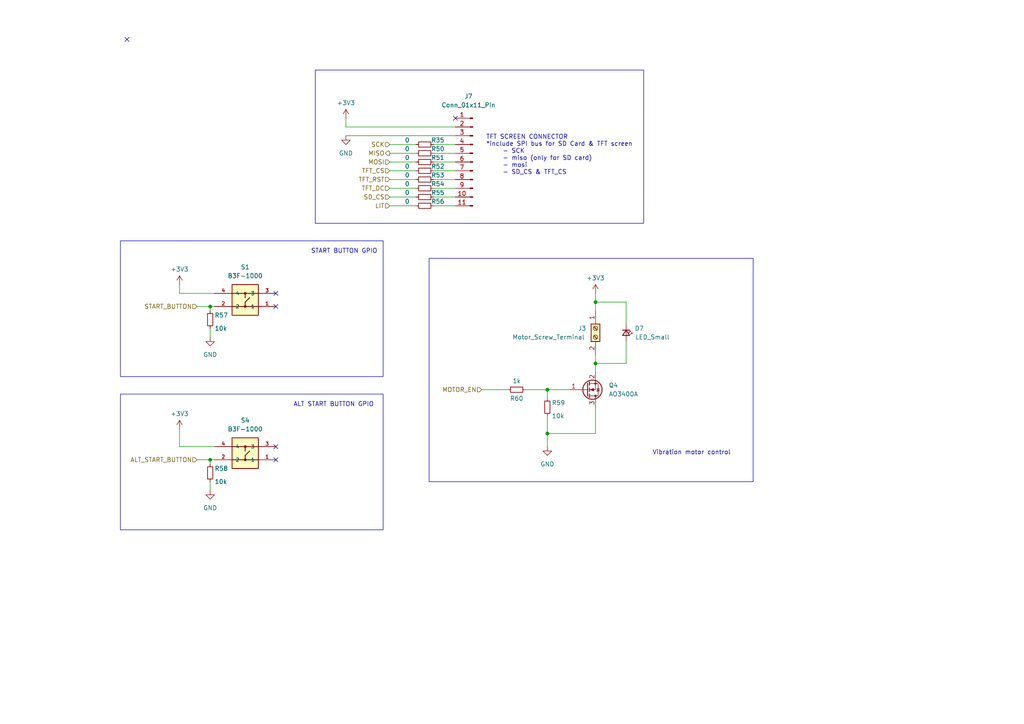
<source format=kicad_sch>
(kicad_sch (version 20230121) (generator eeschema)
  (paper "A4")
  (title_block (title "Display Schematic") (company "Generate Product Development Studio"))
  (lib_symbols
    (symbol "B3F-1000:B3F-1000" (pin_names (offset 1.016))
      (property "Reference" "S2" (at -0.0016 12.7 0))
      (property "Value" "B3F-1000" (at -0.0016 10.16 0))
      (symbol "B3F-1000_0_0"
        (rectangle (start -3.81 7.62) (end 3.81 -1.27) (stroke (width 0.254)) (fill (type background)))
        (polyline (pts (xy -3.81 1.27) (xy 0 1.27)) (stroke (width 0.254)))
        (polyline (pts (xy -3.81 5.08) (xy 0 5.08)) (stroke (width 0.254)))
        (polyline (pts (xy 0 1.27) (xy 0 2.54)) (stroke (width 0.254)))
        (polyline (pts (xy 0 1.27) (xy 3.81 1.27)) (stroke (width 0.254)))
        (polyline (pts (xy 0 2.54) (xy 1.27 3.81)) (stroke (width 0.254)))
        (polyline (pts (xy 0 5.08) (xy 0 3.81)) (stroke (width 0.254)))
        (polyline (pts (xy 0 5.08) (xy 3.81 5.08)) (stroke (width 0.254)))
        (circle (center 0 1.27) (radius 0.254) (stroke (width 0.254)))
        (circle (center 0 5.08) (radius 0.254) (stroke (width 0.254)))
        (pin passive line (at 8.89 1.27 180) (length 5.08) (name "1") (number "1"))
        (pin passive line (at -8.89 1.27 0) (length 5.08) (name "2") (number "2"))
        (pin passive line (at 8.89 5.08 180) (length 5.08) (name "3") (number "3"))
        (pin passive line (at -8.89 5.08 0) (length 5.08) (name "4") (number "4"))
      )
    )
    (symbol "Connector:Conn_01x11_Pin" (pin_names (offset 1.016) hide)
      (property "Reference" "J" (at 0 15.24 0))
      (property "Value" "Conn_01x11_Pin" (at 0 -15.24 0))
      (symbol "Conn_01x11_Pin_1_1"
        (polyline (pts (xy 1.27 -12.7) (xy 0.8636 -12.7)) (stroke (width 0.1524)))
        (polyline (pts (xy 1.27 -10.16) (xy 0.8636 -10.16)) (stroke (width 0.1524)))
        (polyline (pts (xy 1.27 -7.62) (xy 0.8636 -7.62)) (stroke (width 0.1524)))
        (polyline (pts (xy 1.27 -5.08) (xy 0.8636 -5.08)) (stroke (width 0.1524)))
        (polyline (pts (xy 1.27 -2.54) (xy 0.8636 -2.54)) (stroke (width 0.1524)))
        (polyline (pts (xy 1.27 0) (xy 0.8636 0)) (stroke (width 0.1524)))
        (polyline (pts (xy 1.27 2.54) (xy 0.8636 2.54)) (stroke (width 0.1524)))
        (polyline (pts (xy 1.27 5.08) (xy 0.8636 5.08)) (stroke (width 0.1524)))
        (polyline (pts (xy 1.27 7.62) (xy 0.8636 7.62)) (stroke (width 0.1524)))
        (polyline (pts (xy 1.27 10.16) (xy 0.8636 10.16)) (stroke (width 0.1524)))
        (polyline (pts (xy 1.27 12.7) (xy 0.8636 12.7)) (stroke (width 0.1524)))
        (rectangle (start 0.8636 -12.573) (end 0 -12.827) (stroke (width 0.1524)) (fill (type outline)))
        (rectangle (start 0.8636 -10.033) (end 0 -10.287) (stroke (width 0.1524)) (fill (type outline)))
        (rectangle (start 0.8636 -7.493) (end 0 -7.747) (stroke (width 0.1524)) (fill (type outline)))
        (rectangle (start 0.8636 -4.953) (end 0 -5.207) (stroke (width 0.1524)) (fill (type outline)))
        (rectangle (start 0.8636 -2.413) (end 0 -2.667) (stroke (width 0.1524)) (fill (type outline)))
        (rectangle (start 0.8636 0.127) (end 0 -0.127) (stroke (width 0.1524)) (fill (type outline)))
        (rectangle (start 0.8636 2.667) (end 0 2.413) (stroke (width 0.1524)) (fill (type outline)))
        (rectangle (start 0.8636 5.207) (end 0 4.953) (stroke (width 0.1524)) (fill (type outline)))
        (rectangle (start 0.8636 7.747) (end 0 7.493) (stroke (width 0.1524)) (fill (type outline)))
        (rectangle (start 0.8636 10.287) (end 0 10.033) (stroke (width 0.1524)) (fill (type outline)))
        (rectangle (start 0.8636 12.827) (end 0 12.573) (stroke (width 0.1524)) (fill (type outline)))
        (pin passive line (at 5.08 12.7 180) (length 3.81) (name "Pin_1") (number "1"))
        (pin passive line (at 5.08 -10.16 180) (length 3.81) (name "Pin_10") (number "10"))
        (pin passive line (at 5.08 -12.7 180) (length 3.81) (name "Pin_11") (number "11"))
        (pin passive line (at 5.08 10.16 180) (length 3.81) (name "Pin_2") (number "2"))
        (pin passive line (at 5.08 7.62 180) (length 3.81) (name "Pin_3") (number "3"))
        (pin passive line (at 5.08 5.08 180) (length 3.81) (name "Pin_4") (number "4"))
        (pin passive line (at 5.08 2.54 180) (length 3.81) (name "Pin_5") (number "5"))
        (pin passive line (at 5.08 0 180) (length 3.81) (name "Pin_6") (number "6"))
        (pin passive line (at 5.08 -2.54 180) (length 3.81) (name "Pin_7") (number "7"))
        (pin passive line (at 5.08 -5.08 180) (length 3.81) (name "Pin_8") (number "8"))
        (pin passive line (at 5.08 -7.62 180) (length 3.81) (name "Pin_9") (number "9"))
      )
    )
    (symbol "Connector:Screw_Terminal_01x02" (pin_names (offset 1.016) hide)
      (property "Reference" "J3" (at 2.54 0 0))
      (property "Value" "Screw_Terminal_01x02" (at 2.54 -2.54 0))
      (symbol "Screw_Terminal_01x02_1_1"
        (rectangle (start -1.27 1.27) (end 1.27 -3.81) (stroke (width 0.254)) (fill (type background)))
        (circle (center 0 -2.54) (radius 0.635) (stroke (width 0.1524)))
        (polyline (pts (xy -0.5334 -2.2098) (xy 0.3302 -3.048)) (stroke (width 0.1524)))
        (polyline (pts (xy -0.5334 0.3302) (xy 0.3302 -0.508)) (stroke (width 0.1524)))
        (polyline (pts (xy -0.3556 -2.032) (xy 0.508 -2.8702)) (stroke (width 0.1524)))
        (polyline (pts (xy -0.3556 0.508) (xy 0.508 -0.3302)) (stroke (width 0.1524)))
        (circle (center 0 0) (radius 0.635) (stroke (width 0.1524)))
        (pin passive line (at 0 5.08 270) (length 3.81) (name "Pin_1") (number "1"))
        (pin passive line (at 0 -7.62 90) (length 3.81) (name "Pin_2") (number "2"))
      )
    )
    (symbol "Device:LED_Small" (pin_numbers hide) (pin_names (offset 0.254) hide)
      (property "Reference" "D" (at -1.27 3.175 0))
      (property "Value" "LED_Small" (at -4.445 -2.54 0))
      (symbol "LED_Small_0_1"
        (polyline (pts (xy -0.762 -1.016) (xy -0.762 1.016)) (stroke (width 0.254)))
        (polyline (pts (xy 1.016 0) (xy -0.762 0)))
        (polyline (pts (xy 0.762 -1.016) (xy -0.762 0) (xy 0.762 1.016) (xy 0.762 -1.016)) (stroke (width 0.254)))
        (polyline (pts (xy 0 0.762) (xy -0.508 1.27) (xy -0.254 1.27) (xy -0.508 1.27) (xy -0.508 1.016)))
        (polyline (pts (xy 0.508 1.27) (xy 0 1.778) (xy 0.254 1.778) (xy 0 1.778) (xy 0 1.524)))
      )
      (symbol "LED_Small_1_1"
        (pin passive line (at -2.54 0 0) (length 1.778) (name "K") (number "1"))
        (pin passive line (at 2.54 0 180) (length 1.778) (name "A") (number "2"))
      )
    )
    (symbol "Device:R_Small" (pin_numbers hide) (pin_names (offset 0.254) hide)
      (property "Reference" "R" (at 0.762 0.508 0))
      (property "Value" "R_Small" (at 0.762 -1.016 0))
      (symbol "R_Small_0_1"
        (rectangle (start -0.762 1.778) (end 0.762 -1.778) (stroke (width 0.2032)))
      )
      (symbol "R_Small_1_1"
        (pin passive line (at 0 2.54 270) (length 0.762) (name "~") (number "1"))
        (pin passive line (at 0 -2.54 90) (length 0.762) (name "~") (number "2"))
      )
    )
    (symbol "Transistor_FET:AO3400A" (pin_names hide)
      (property "Reference" "Q" (at 5.08 1.905 0))
      (property "Value" "AO3400A" (at 5.08 0 0))
      (symbol "AO3400A_0_1"
        (polyline (pts (xy 0.254 0) (xy -2.54 0)))
        (polyline (pts (xy 0.254 1.905) (xy 0.254 -1.905)) (stroke (width 0.254)))
        (polyline (pts (xy 0.762 -1.27) (xy 0.762 -2.286)) (stroke (width 0.254)))
        (polyline (pts (xy 0.762 0.508) (xy 0.762 -0.508)) (stroke (width 0.254)))
        (polyline (pts (xy 0.762 2.286) (xy 0.762 1.27)) (stroke (width 0.254)))
        (polyline (pts (xy 2.54 2.54) (xy 2.54 1.778)))
        (polyline (pts (xy 2.54 -2.54) (xy 2.54 0) (xy 0.762 0)))
        (polyline (pts (xy 0.762 -1.778) (xy 3.302 -1.778) (xy 3.302 1.778) (xy 0.762 1.778)))
        (polyline (pts (xy 1.016 0) (xy 2.032 0.381) (xy 2.032 -0.381) (xy 1.016 0)) (fill (type outline)))
        (polyline (pts (xy 2.794 0.508) (xy 2.921 0.381) (xy 3.683 0.381) (xy 3.81 0.254)))
        (polyline (pts (xy 3.302 0.381) (xy 2.921 -0.254) (xy 3.683 -0.254) (xy 3.302 0.381)))
        (circle (center 1.651 0) (radius 2.794) (stroke (width 0.254)))
        (circle (center 2.54 -1.778) (radius 0.254) (fill (type outline)))
        (circle (center 2.54 1.778) (radius 0.254) (fill (type outline)))
      )
      (symbol "AO3400A_1_1"
        (pin input line (at -5.08 0 0) (length 2.54) (name "G") (number "1"))
        (pin passive line (at 2.54 -5.08 90) (length 2.54) (name "S") (number "2"))
        (pin passive line (at 2.54 5.08 270) (length 2.54) (name "D") (number "3"))
      )
    )
    (symbol "power:+3V3" (power) (pin_names (offset 0))
      (property "Value" "+3V3" (at 0 3.556 0))
      (symbol "+3V3_0_1"
        (polyline (pts (xy -0.762 1.27) (xy 0 2.54)))
        (polyline (pts (xy 0 0) (xy 0 2.54)))
        (polyline (pts (xy 0 2.54) (xy 0.762 1.27)))
      )
      (symbol "+3V3_1_1"
        (pin power_in line (at 0 0 90) (length 0) hide (name "+3V3") (number "1"))
      )
    )
    (symbol "power:GND" (power) (pin_names (offset 0))
      (property "Value" "GND" (at 0 -3.81 0))
      (symbol "GND_0_1"
        (polyline (pts (xy 0 0) (xy 0 -1.27) (xy 1.27 -1.27) (xy 0 -2.54) (xy -1.27 -1.27) (xy 0 -1.27)))
      )
      (symbol "GND_1_1"
        (pin power_in line (at 0 0 270) (length 0) hide (name "GND") (number "1"))
      )
    )
  )
  (junction (at 60.96 133.35))
  (junction (at 60.96 88.9))
  (junction (at 172.72 105.41))
  (junction (at 172.72 87.63))
  (junction (at 158.75 125.73))
  (junction (at 158.75 113.03))
  (no_connect (at 80.01 133.35))
  (no_connect (at 80.01 85.09))
  (no_connect (at 36.83 11.43))
  (no_connect (at 132.08 34.29))
  (no_connect (at 80.01 129.54))
  (no_connect (at 80.01 88.9))
  (wire (pts (xy 125.73 54.61) (xy 132.08 54.61)))
  (wire (pts (xy 100.33 39.37) (xy 132.08 39.37)))
  (wire (pts (xy 125.73 44.45) (xy 132.08 44.45)))
  (wire (pts (xy 125.73 57.15) (xy 132.08 57.15)))
  (wire (pts (xy 158.75 113.03) (xy 165.1 113.03)))
  (wire (pts (xy 113.03 46.99) (xy 120.65 46.99)))
  (wire (pts (xy 158.75 125.73) (xy 172.72 125.73)))
  (wire (pts (xy 125.73 41.91) (xy 132.08 41.91)))
  (wire (pts (xy 113.03 49.53) (xy 120.65 49.53)))
  (wire (pts (xy 113.03 44.45) (xy 120.65 44.45)))
  (wire (pts (xy 60.96 88.9) (xy 60.96 90.17)))
  (wire (pts (xy 158.75 120.65) (xy 158.75 125.73)))
  (wire (pts (xy 158.75 125.73) (xy 158.75 129.54)))
  (wire (pts (xy 172.72 85.09) (xy 172.72 87.63)))
  (wire (pts (xy 113.03 57.15) (xy 120.65 57.15)))
  (wire (pts (xy 125.73 46.99) (xy 132.08 46.99)))
  (wire (pts (xy 60.96 95.25) (xy 60.96 97.79)))
  (wire (pts (xy 172.72 102.87) (xy 172.72 105.41)))
  (wire (pts (xy 125.73 59.69) (xy 132.08 59.69)))
  (wire (pts (xy 100.33 36.83) (xy 132.08 36.83)))
  (wire (pts (xy 60.96 88.9) (xy 62.23 88.9)))
  (wire (pts (xy 60.96 133.35) (xy 60.96 134.62)))
  (wire (pts (xy 152.4 113.03) (xy 158.75 113.03)))
  (wire (pts (xy 125.73 49.53) (xy 132.08 49.53)))
  (wire (pts (xy 172.72 105.41) (xy 172.72 107.95)))
  (wire (pts (xy 172.72 87.63) (xy 172.72 90.17)))
  (wire (pts (xy 113.03 54.61) (xy 120.65 54.61)))
  (wire (pts (xy 181.61 105.41) (xy 172.72 105.41)))
  (wire (pts (xy 52.07 85.09) (xy 62.23 85.09)))
  (wire (pts (xy 181.61 93.98) (xy 181.61 87.63)))
  (wire (pts (xy 158.75 113.03) (xy 158.75 115.57)))
  (wire (pts (xy 100.33 34.29) (xy 100.33 36.83)))
  (wire (pts (xy 125.73 52.07) (xy 132.08 52.07)))
  (wire (pts (xy 57.15 88.9) (xy 60.96 88.9)))
  (wire (pts (xy 113.03 41.91) (xy 120.65 41.91)))
  (wire (pts (xy 57.15 133.35) (xy 60.96 133.35)))
  (wire (pts (xy 172.72 118.11) (xy 172.72 125.73)))
  (wire (pts (xy 113.03 59.69) (xy 120.65 59.69)))
  (wire (pts (xy 113.03 52.07) (xy 120.65 52.07)))
  (wire (pts (xy 172.72 87.63) (xy 181.61 87.63)))
  (wire (pts (xy 139.7 113.03) (xy 147.32 113.03)))
  (wire (pts (xy 60.96 133.35) (xy 62.23 133.35)))
  (wire (pts (xy 52.07 129.54) (xy 62.23 129.54)))
  (wire (pts (xy 52.07 82.55) (xy 52.07 85.09)))
  (wire (pts (xy 52.07 124.46) (xy 52.07 129.54)))
  (wire (pts (xy 181.61 99.06) (xy 181.61 105.41)))
  (wire (pts (xy 60.96 139.7) (xy 60.96 142.24)))
  (rectangle (start 34.925 114.3) (end 111.125 153.67))
  (rectangle (start 124.46 74.93) (end 218.44 139.7))
  (rectangle (start 34.925 69.85) (end 111.125 109.22))
  (rectangle (start 91.44 20.32) (end 186.69 64.77))
  (text "Vibration motor control\n" (at 189.23 132.08 0) (effects (font (size 1.27 1.27)) (justify left bottom)))
  (text "TFT SCREEN CONNECTOR \n*include SPI bus for SD Card & TFT screen \n 	- SCK\n	- miso (only for SD card)\n	- mosi\n	- SD_CS & TFT_CS" (at 140.97 50.8 0) (effects (font (size 1.27 1.27)) (justify left bottom)))
  (text "ALT START BUTTON GPIO\n" (at 85.09 118.11 0) (effects (font (size 1.27 1.27)) (justify left bottom)))
  (text "START BUTTON GPIO\n" (at 90.17 73.66 0) (effects (font (size 1.27 1.27)) (justify left bottom)))
  (hierarchical_label "TFT_DC" (shape input) (at 113.03 54.61 180))
  (hierarchical_label "TFT_CS" (shape input) (at 113.03 49.53 180))
  (hierarchical_label "MISO" (shape output) (at 113.03 44.45 180))
  (hierarchical_label "MOTOR_EN" (shape input) (at 139.7 113.03 180))
  (hierarchical_label "MOSI" (shape input) (at 113.03 46.99 180))
  (hierarchical_label "TFT_RST" (shape input) (at 113.03 52.07 180))
  (hierarchical_label "ALT_START_BUTTON" (shape input) (at 57.15 133.35 180))
  (hierarchical_label "SCK" (shape input) (at 113.03 41.91 180))
  (hierarchical_label "LIT" (shape input) (at 113.03 59.69 180))
  (hierarchical_label "START_BUTTON" (shape input) (at 57.15 88.9 180))
  (hierarchical_label "SD_CS" (shape input) (at 113.03 57.15 180))
  (symbol (lib_id "Device:R_Small") (at 123.19 41.91 90) (unit 1)
    (property "Reference" "R35" (at 127 40.64 90))
    (property "Value" "0" (at 118.11 40.64 90))
    (property "Footprint" "Resistor_SMD:R_0805_2012Metric" (effects hide))
  )
  (symbol (lib_id "power:GND") (at 60.96 142.24 0) (unit 1)
    (property "Reference" "#PWR063" (effects hide))
    (property "Value" "GND" (at 60.96 147.32 0))
  )
  (symbol (lib_id "Device:R_Small") (at 123.19 59.69 90) (unit 1)
    (property "Reference" "R56" (at 127 58.42 90))
    (property "Value" "0" (at 118.11 58.42 90))
    (property "Footprint" "Resistor_SMD:R_0805_2012Metric" (effects hide))
  )
  (symbol (lib_id "power:GND") (at 158.75 129.54 0) (unit 1)
    (property "Reference" "#PWR054" (effects hide))
    (property "Value" "GND" (at 158.75 134.62 0))
  )
  (symbol (lib_id "Device:R_Small") (at 123.19 52.07 90) (unit 1)
    (property "Reference" "R53" (at 127 50.8 90))
    (property "Value" "0" (at 118.11 50.8 90))
    (property "Footprint" "Resistor_SMD:R_0805_2012Metric" (effects hide))
  )
  (symbol (lib_id "Device:LED_Small") (at 181.61 96.52 270) (unit 1)
    (property "Reference" "D7" (at 185.42 95.25 90))
    (property "Value" "LED_Small" (at 189.23 97.79 90))
    (property "Footprint" "LED_THT:LED_D1.8mm_W3.3mm_H2.4mm" (effects hide))
  )
  (symbol (lib_id "Device:R_Small") (at 123.19 49.53 90) (unit 1)
    (property "Reference" "R52" (at 127 48.26 90))
    (property "Value" "0" (at 118.11 48.26 90))
    (property "Footprint" "Resistor_SMD:R_0805_2012Metric" (effects hide))
  )
  (symbol (lib_id "Connector:Screw_Terminal_01x02") (at 172.72 95.25 0) (unit 1)
    (property "Reference" "J3" (at 167.64 95.25 0) (effects (justify left)))
    (property "Value" "Motor_Screw_Terminal" (at 148.59 97.79 0) (effects (justify left)))
    (property "Footprint" "Connector_PinHeader_2.54mm:PinHeader_1x02_P2.54mm_Vertical" (effects hide))
  )
  (symbol (lib_id "Device:R_Small") (at 123.19 54.61 90) (unit 1)
    (property "Reference" "R54" (at 127 53.34 90))
    (property "Value" "0" (at 118.11 53.34 90))
    (property "Footprint" "Resistor_SMD:R_0805_2012Metric" (effects hide))
  )
  (symbol (lib_id "Device:R_Small") (at 123.19 44.45 90) (unit 1)
    (property "Reference" "R50" (at 127 43.18 90))
    (property "Value" "0" (at 118.11 43.18 90))
    (property "Footprint" "Resistor_SMD:R_0805_2012Metric" (effects hide))
  )
  (symbol (lib_id "power:+3V3") (at 172.72 85.09 0) (unit 1)
    (property "Reference" "#PWR071" (effects hide))
    (property "Value" "+3V3" (at 172.72 80.645 0))
  )
  (symbol (lib_id "Connector:Conn_01x11_Pin") (at 137.16 46.99 0) (mirror y) (unit 1)
    (property "Reference" "J7" (at 135.89 27.94 0))
    (property "Value" "Conn_01x11_Pin" (at 135.89 30.48 0))
    (property "Footprint" "Connector_PinHeader_2.54mm:PinHeader_1x11_P2.54mm_Vertical" (effects hide))
  )
  (symbol (lib_id "Device:R_Small") (at 60.96 137.16 0) (unit 1)
    (property "Reference" "R58" (at 62.23 135.89 0) (effects (justify left)))
    (property "Value" "10k" (at 62.23 139.7 0) (effects (justify left)))
    (property "Footprint" "Resistor_SMD:R_0805_2012Metric" (effects hide))
  )
  (symbol (lib_id "Device:R_Small") (at 60.96 92.71 0) (unit 1)
    (property "Reference" "R57" (at 62.23 91.44 0) (effects (justify left)))
    (property "Value" "10k" (at 62.23 95.25 0) (effects (justify left)))
    (property "Footprint" "Resistor_SMD:R_0805_2012Metric" (effects hide))
  )
  (symbol (lib_id "power:+3V3") (at 100.33 34.29 0) (unit 1)
    (property "Reference" "#PWR055" (effects hide))
    (property "Value" "+3V3" (at 100.33 29.845 0))
  )
  (symbol (lib_id "B3F-1000:B3F-1000") (at 71.12 90.17 0) (unit 1)
    (property "Reference" "S1" (at 71.1184 77.47 0))
    (property "Value" "B3F-1000" (at 71.1184 80.01 0))
    (property "Footprint" "Muscle_Recovery_Footprint_Library:SW_B3F-1000" (effects hide))
    (property "MF" "Omron" (effects hide))
    (property "Description" "\nTactile Switch SPST-NO Top Actuated Through Hole\n" (effects hide))
    (property "Package" "None" (effects hide))
    (property "Price" "None" (effects hide))
    (property "Check_prices" "https://www.snapeda.com/parts/B3F-1000/Omron+Electronics+Inc-EMC+Div/view-part/?ref=eda" (effects hide))
    (property "SnapEDA_Link" "https://www.snapeda.com/parts/B3F-1000/Omron+Electronics+Inc-EMC+Div/view-part/?ref=snap" (effects hide))
    (property "MP" "B3F-1000" (effects hide))
    (property "Purchase-URL" "https://www.snapeda.com/api/url_track_click_mouser/?unipart_id=48569&manufacturer=Omron&part_name=B3F-1000&search_term=b3f-10" (effects hide))
    (property "Availability" "In Stock" (effects hide))
    (property "MANUFACTURER" "Omron" (effects hide))
  )
  (symbol (lib_id "power:+3V3") (at 52.07 124.46 0) (unit 1)
    (property "Reference" "#PWR061" (effects hide))
    (property "Value" "+3V3" (at 52.07 120.015 0))
  )
  (symbol (lib_id "Transistor_FET:AO3400A") (at 170.18 113.03 0) (mirror x) (unit 1)
    (property "Reference" "Q4" (at 176.53 111.76 0) (effects (justify left)))
    (property "Value" "AO3400A" (at 176.53 114.3 0) (effects (justify left)))
    (property "Footprint" "Package_TO_SOT_SMD:SOT-23" (effects hide))
    (property "Datasheet" "http://www.aosmd.com/pdfs/datasheet/AO3400A.pdf" (effects hide))
  )
  (symbol (lib_id "Device:R_Small") (at 123.19 46.99 90) (unit 1)
    (property "Reference" "R51" (at 127 45.72 90))
    (property "Value" "0" (at 118.11 45.72 90))
    (property "Footprint" "Resistor_SMD:R_0805_2012Metric" (effects hide))
  )
  (symbol (lib_id "power:GND") (at 60.96 97.79 0) (unit 1)
    (property "Reference" "#PWR060" (effects hide))
    (property "Value" "GND" (at 60.96 102.87 0))
  )
  (symbol (lib_id "B3F-1000:B3F-1000") (at 71.12 134.62 0) (unit 1)
    (property "Reference" "S4" (at 71.1184 121.92 0))
    (property "Value" "B3F-1000" (at 71.1184 124.46 0))
    (property "Footprint" "Muscle_Recovery_Footprint_Library:SW_B3F-1000" (effects hide))
    (property "MF" "Omron" (effects hide))
    (property "Description" "\nTactile Switch SPST-NO Top Actuated Through Hole\n" (effects hide))
    (property "Package" "None" (effects hide))
    (property "Price" "None" (effects hide))
    (property "Check_prices" "https://www.snapeda.com/parts/B3F-1000/Omron+Electronics+Inc-EMC+Div/view-part/?ref=eda" (effects hide))
    (property "SnapEDA_Link" "https://www.snapeda.com/parts/B3F-1000/Omron+Electronics+Inc-EMC+Div/view-part/?ref=snap" (effects hide))
    (property "MP" "B3F-1000" (effects hide))
    (property "Purchase-URL" "https://www.snapeda.com/api/url_track_click_mouser/?unipart_id=48569&manufacturer=Omron&part_name=B3F-1000&search_term=b3f-10" (effects hide))
    (property "Availability" "In Stock" (effects hide))
    (property "MANUFACTURER" "Omron" (effects hide))
  )
  (symbol (lib_id "Device:R_Small") (at 149.86 113.03 90) (unit 1)
    (property "Reference" "R60" (at 149.86 115.57 90))
    (property "Value" "1k" (at 149.86 110.49 90))
    (property "Footprint" "Resistor_SMD:R_0805_2012Metric" (effects hide))
  )
  (symbol (lib_id "Device:R_Small") (at 123.19 57.15 90) (unit 1)
    (property "Reference" "R55" (at 127 55.88 90))
    (property "Value" "0" (at 118.11 55.88 90))
    (property "Footprint" "Resistor_SMD:R_0805_2012Metric" (effects hide))
  )
  (symbol (lib_id "power:+3V3") (at 52.07 82.55 0) (unit 1)
    (property "Reference" "#PWR053" (effects hide))
    (property "Value" "+3V3" (at 52.07 78.105 0))
  )
  (symbol (lib_id "power:GND") (at 100.33 39.37 0) (unit 1)
    (property "Reference" "#PWR059" (effects hide))
    (property "Value" "GND" (at 100.33 44.45 0))
  )
  (symbol (lib_id "Device:R_Small") (at 158.75 118.11 0) (unit 1)
    (property "Reference" "R59" (at 160.02 116.84 0) (effects (justify left)))
    (property "Value" "10k" (at 160.02 120.65 0) (effects (justify left)))
    (property "Footprint" "Resistor_SMD:R_0805_2012Metric" (effects hide))
  )
)
</source>
